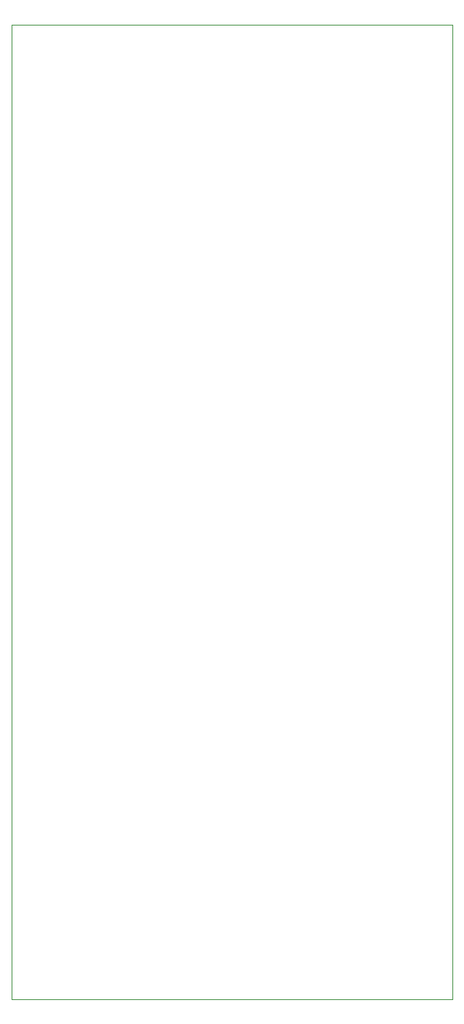
<source format=gbr>
%TF.GenerationSoftware,KiCad,Pcbnew,(6.0.5)*%
%TF.CreationDate,2023-02-15T13:44:48-05:00*%
%TF.ProjectId,valve_distortion,76616c76-655f-4646-9973-746f7274696f,rev?*%
%TF.SameCoordinates,Original*%
%TF.FileFunction,Profile,NP*%
%FSLAX46Y46*%
G04 Gerber Fmt 4.6, Leading zero omitted, Abs format (unit mm)*
G04 Created by KiCad (PCBNEW (6.0.5)) date 2023-02-15 13:44:48*
%MOMM*%
%LPD*%
G01*
G04 APERTURE LIST*
%TA.AperFunction,Profile*%
%ADD10C,0.100000*%
%TD*%
G04 APERTURE END LIST*
D10*
X153180000Y-48840000D02*
X201440000Y-48840000D01*
X153180000Y-48840000D02*
X153180000Y-155520000D01*
X201440000Y-155520000D02*
X201440000Y-48840000D01*
X153180000Y-155520000D02*
X201440000Y-155520000D01*
M02*

</source>
